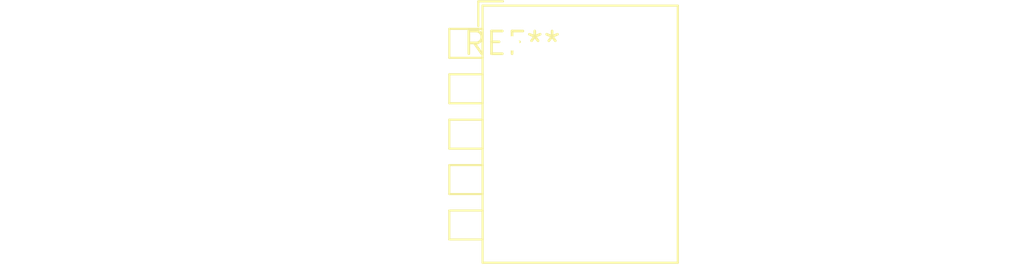
<source format=kicad_pcb>
(kicad_pcb (version 20240108) (generator pcbnew)
  (layers (0 "F.Cu" signal) (31 "B.Cu" signal) (34 "B.Paste" user) (35 "F.Paste" user) (36 "B.SilkS" user "B.Silkscreen") (37 "F.SilkS" user "F.Silkscreen") (38 "B.Mask" user) (39 "F.Mask" user) (44 "Edge.Cuts" user))
  (net 0 "")
  (footprint "SW_DIP_SPSTx05_Piano_10.8x14.26mm_W7.62mm_P2.54mm" (layer "F.Cu") (at 0 0)
    (property "Reference" "REF**")
    (property "Value" "SW_DIP_SPSTx05_Piano_10.8x14.26mm_W7.62mm_P2.54mm")
    (fp_line (start -3.51 -0.81) (end -3.51 0.81) (layer "F.SilkS") (stroke (width 0.12)))
    (fp_line (start -3.51 -0.81) (end -1.65 -0.81) (layer "F.SilkS") (stroke (width 0.12)))
    (fp_line (start -3.51 0.81) (end -1.65 0.81) (layer "F.SilkS") (stroke (width 0.12)))
    (fp_line (start -3.51 1.73) (end -3.51 3.35) (layer "F.SilkS") (stroke (width 0.12)))
    (fp_line (start -3.51 1.73) (end -1.65 1.73) (layer "F.SilkS") (stroke (width 0.12)))
    (fp_line (start -3.51 3.35) (end -1.65 3.35) (layer "F.SilkS") (stroke (width 0.12)))
    (fp_line (start -3.51 4.27) (end -3.51 5.89) (layer "F.SilkS") (stroke (width 0.12)))
    (fp_line (start -3.51 4.27) (end -1.65 4.27) (layer "F.SilkS") (stroke (width 0.12)))
    (fp_line (start -3.51 5.89) (end -1.65 5.89) (layer "F.SilkS") (stroke (width 0.12)))
    (fp_line (start -3.51 6.81) (end -3.51 8.43) (layer "F.SilkS") (stroke (width 0.12)))
    (fp_line (start -3.51 6.81) (end -1.65 6.81) (layer "F.SilkS") (stroke (width 0.12)))
    (fp_line (start -3.51 8.43) (end -1.65 8.43) (layer "F.SilkS") (stroke (width 0.12)))
    (fp_line (start -3.51 9.35) (end -3.51 10.97) (layer "F.SilkS") (stroke (width 0.12)))
    (fp_line (start -3.51 9.35) (end -1.65 9.35) (layer "F.SilkS") (stroke (width 0.12)))
    (fp_line (start -3.51 10.97) (end -1.65 10.97) (layer "F.SilkS") (stroke (width 0.12)))
    (fp_line (start -1.89 -2.35) (end -1.89 -0.967) (layer "F.SilkS") (stroke (width 0.12)))
    (fp_line (start -1.89 -2.35) (end -0.507 -2.35) (layer "F.SilkS") (stroke (width 0.12)))
    (fp_line (start -1.65 -2.11) (end -1.65 12.271) (layer "F.SilkS") (stroke (width 0.12)))
    (fp_line (start -1.65 -2.11) (end 9.27 -2.11) (layer "F.SilkS") (stroke (width 0.12)))
    (fp_line (start -1.65 -0.81) (end -1.65 0.81) (layer "F.SilkS") (stroke (width 0.12)))
    (fp_line (start -1.65 1.73) (end -1.65 3.35) (layer "F.SilkS") (stroke (width 0.12)))
    (fp_line (start -1.65 4.27) (end -1.65 5.89) (layer "F.SilkS") (stroke (width 0.12)))
    (fp_line (start -1.65 6.81) (end -1.65 8.43) (layer "F.SilkS") (stroke (width 0.12)))
    (fp_line (start -1.65 9.35) (end -1.65 10.97) (layer "F.SilkS") (stroke (width 0.12)))
    (fp_line (start -1.65 12.271) (end 9.27 12.271) (layer "F.SilkS") (stroke (width 0.12)))
    (fp_line (start 9.27 -2.11) (end 9.27 12.271) (layer "F.SilkS") (stroke (width 0.12)))
    (pad "1" thru_hole rect (at 0 0) (size 1.6 1.6) (drill 0.8) (layers *.Cu *.Mask) (remove_unused_layers))
    (pad "2" thru_hole oval (at 0 2.54) (size 1.6 1.6) (drill 0.8) (layers *.Cu *.Mask) (remove_unused_layers))
    (pad "3" thru_hole oval (at 0 5.08) (size 1.6 1.6) (drill 0.8) (layers *.Cu *.Mask) (remove_unused_layers))
    (pad "4" thru_hole oval (at 0 7.62) (size 1.6 1.6) (drill 0.8) (layers *.Cu *.Mask) (remove_unused_layers))
    (pad "5" thru_hole oval (at 0 10.16) (size 1.6 1.6) (drill 0.8) (layers *.Cu *.Mask) (remove_unused_layers))
    (pad "6" thru_hole oval (at 7.62 10.16) (size 1.6 1.6) (drill 0.8) (layers *.Cu *.Mask) (remove_unused_layers))
    (pad "7" thru_hole oval (at 7.62 7.62) (size 1.6 1.6) (drill 0.8) (layers *.Cu *.Mask) (remove_unused_layers))
    (pad "8" thru_hole oval (at 7.62 5.08) (size 1.6 1.6) (drill 0.8) (layers *.Cu *.Mask) (remove_unused_layers))
    (pad "9" thru_hole oval (at 7.62 2.54) (size 1.6 1.6) (drill 0.8) (layers *.Cu *.Mask) (remove_unused_layers))
    (pad "10" thru_hole oval (at 7.62 0) (size 1.6 1.6) (drill 0.8) (layers *.Cu *.Mask) (remove_unused_layers))
  )
)
</source>
